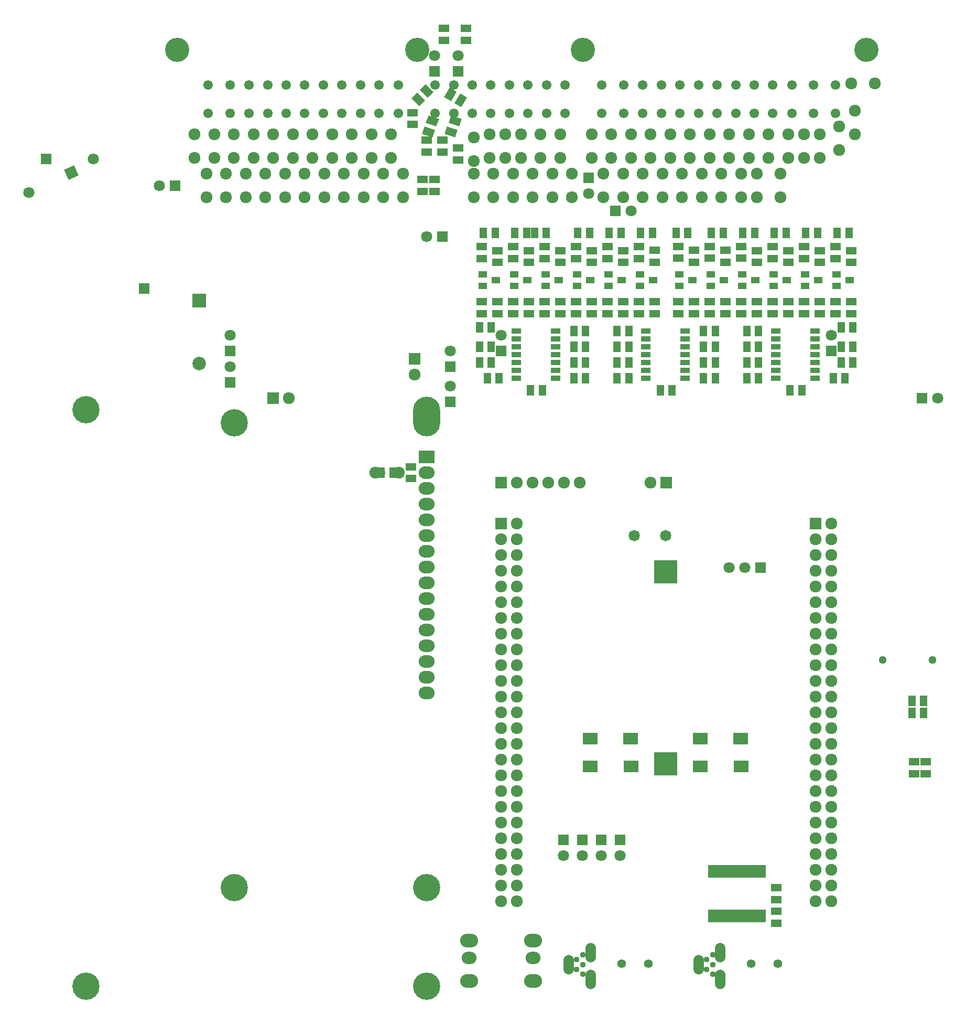
<source format=gbs>
G04 (created by PCBNEW (2013-07-07 BZR 4022)-stable) date 06/07/2014 12:08:29*
%MOIN*%
G04 Gerber Fmt 3.4, Leading zero omitted, Abs format*
%FSLAX34Y34*%
G01*
G70*
G90*
G04 APERTURE LIST*
%ADD10C,0.00393701*%
%ADD11C,0.173248*%
%ADD12O,0.100748X0.080748*%
%ADD13R,0.100748X0.080748*%
%ADD14O,0.173228X0.251968*%
%ADD15C,0.075748*%
%ADD16R,0.050748X0.070748*%
%ADD17R,0.075748X0.023748*%
%ADD18C,0.061048*%
%ADD19C,0.153548*%
%ADD20R,0.070748X0.050748*%
%ADD21R,0.070748X0.070748*%
%ADD22C,0.070748*%
%ADD23R,0.145276X0.145276*%
%ADD24R,0.075748X0.075748*%
%ADD25C,0.071748*%
%ADD26R,0.0944882X0.0748031*%
%ADD27C,0.085748*%
%ADD28R,0.085748X0.085748*%
%ADD29R,0.055148X0.039348*%
%ADD30R,0.060748X0.035748*%
%ADD31R,0.031748X0.080748*%
%ADD32C,0.050748*%
%ADD33C,0.037748*%
%ADD34O,0.065748X0.125748*%
%ADD35C,0.055748*%
%ADD36O,0.094448X0.078748*%
%ADD37O,0.114148X0.086648*%
G04 APERTURE END LIST*
G54D10*
G54D11*
X57295Y-43084D03*
X57295Y-72612D03*
X69500Y-72612D03*
G54D12*
X69500Y-59250D03*
X69500Y-60250D03*
G54D13*
X69500Y-45250D03*
G54D12*
X69500Y-46250D03*
X69500Y-47250D03*
X69500Y-48250D03*
X69500Y-49250D03*
X69500Y-50250D03*
X69500Y-51250D03*
X69500Y-52250D03*
X69500Y-53250D03*
X69500Y-54250D03*
X69500Y-55250D03*
X69500Y-56250D03*
X69500Y-57250D03*
X69500Y-58250D03*
G54D14*
X69500Y-42667D03*
G54D11*
X69500Y-78864D03*
X47845Y-42250D03*
X47846Y-78864D03*
G54D15*
X78000Y-24750D03*
X78000Y-26250D03*
X61000Y-24750D03*
X61000Y-26250D03*
X59750Y-24750D03*
X59750Y-26250D03*
X58500Y-24750D03*
X58500Y-26250D03*
X57250Y-24750D03*
X57250Y-26250D03*
X54750Y-24750D03*
X54750Y-26250D03*
X56000Y-24750D03*
X56000Y-26250D03*
G54D16*
X67375Y-46250D03*
X66625Y-46250D03*
G54D15*
X66250Y-46250D03*
X67750Y-46250D03*
G54D17*
X66500Y-46250D03*
X67500Y-46250D03*
G54D15*
X87000Y-27250D03*
X87000Y-28750D03*
G54D18*
X55621Y-21628D03*
X55621Y-23400D03*
X56998Y-23400D03*
X56998Y-21628D03*
X61762Y-21628D03*
X61762Y-23400D03*
X60581Y-23400D03*
X60581Y-21628D03*
X58219Y-21628D03*
X58219Y-23400D03*
X59400Y-23400D03*
X59400Y-21628D03*
X64124Y-21628D03*
X64124Y-23400D03*
X62943Y-23400D03*
X62943Y-21628D03*
X65305Y-21628D03*
X65305Y-23400D03*
X66486Y-23400D03*
X66486Y-21628D03*
X73592Y-21628D03*
X73592Y-23400D03*
X72411Y-23400D03*
X72411Y-21628D03*
X70049Y-21628D03*
X70049Y-23400D03*
X71230Y-23400D03*
X71230Y-21628D03*
X75955Y-21628D03*
X75955Y-23400D03*
X74774Y-23400D03*
X74774Y-21628D03*
X77136Y-21628D03*
X77136Y-23400D03*
X67707Y-21628D03*
X67707Y-23400D03*
X78317Y-23400D03*
X78317Y-21628D03*
X82036Y-23400D03*
X82036Y-21628D03*
X80658Y-23400D03*
X80658Y-21628D03*
X86801Y-23400D03*
X86801Y-21628D03*
X85620Y-23400D03*
X85620Y-21628D03*
X83258Y-23400D03*
X83258Y-21628D03*
X84439Y-23400D03*
X84439Y-21628D03*
X89163Y-23400D03*
X89163Y-21628D03*
X87982Y-23400D03*
X87982Y-21628D03*
X90344Y-23400D03*
X90344Y-21628D03*
X91525Y-23400D03*
X91525Y-21628D03*
X92746Y-23400D03*
X92746Y-21628D03*
X94124Y-23400D03*
X94124Y-21628D03*
G54D19*
X53632Y-19384D03*
X68927Y-19384D03*
X79439Y-19384D03*
G54D18*
X95502Y-23400D03*
X95502Y-21628D03*
G54D19*
X97490Y-19384D03*
G54D15*
X75500Y-24750D03*
X75500Y-26250D03*
X77500Y-27250D03*
X77500Y-28750D03*
X76750Y-24750D03*
X76750Y-26250D03*
X78750Y-27250D03*
X78750Y-28750D03*
X80750Y-27250D03*
X80750Y-28750D03*
X80000Y-24750D03*
X80000Y-26250D03*
X82000Y-27250D03*
X82000Y-28750D03*
X81250Y-24750D03*
X81250Y-26250D03*
X83250Y-27250D03*
X83250Y-28750D03*
X82500Y-24750D03*
X82500Y-26250D03*
X84500Y-27250D03*
X84500Y-28750D03*
X83750Y-24750D03*
X83750Y-26250D03*
X85750Y-27250D03*
X85750Y-28750D03*
X85000Y-24750D03*
X85000Y-26250D03*
X76250Y-27250D03*
X76250Y-28750D03*
X86250Y-24750D03*
X86250Y-26250D03*
X88250Y-27250D03*
X88250Y-28750D03*
X87500Y-24750D03*
X87500Y-26250D03*
X89500Y-27250D03*
X89500Y-28750D03*
X88750Y-24750D03*
X88750Y-26250D03*
X90500Y-27250D03*
X90500Y-28750D03*
X90000Y-24750D03*
X90000Y-26250D03*
X92000Y-27250D03*
X92000Y-28750D03*
X91250Y-24750D03*
X91250Y-26250D03*
X93500Y-24750D03*
X93500Y-26250D03*
X92500Y-24750D03*
X92500Y-26250D03*
X95750Y-24250D03*
X95750Y-25750D03*
X94500Y-24750D03*
X94500Y-26250D03*
X96750Y-23250D03*
X96750Y-24750D03*
X96500Y-21500D03*
X98000Y-21500D03*
X65500Y-27250D03*
X65500Y-28750D03*
X56750Y-27250D03*
X56750Y-28750D03*
X58000Y-27250D03*
X58000Y-28750D03*
X59250Y-27250D03*
X59250Y-28750D03*
X60500Y-27250D03*
X60500Y-28750D03*
X61750Y-27250D03*
X61750Y-28750D03*
X63000Y-27250D03*
X63000Y-28750D03*
X62250Y-24750D03*
X62250Y-26250D03*
X64250Y-27250D03*
X64250Y-28750D03*
X63500Y-24750D03*
X63500Y-26250D03*
X55500Y-27250D03*
X55500Y-28750D03*
X64750Y-24750D03*
X64750Y-26250D03*
X66750Y-27250D03*
X66750Y-28750D03*
X66000Y-24750D03*
X66000Y-26250D03*
X68000Y-27250D03*
X68000Y-28750D03*
X67250Y-24750D03*
X67250Y-26250D03*
X72500Y-27250D03*
X72500Y-28750D03*
X72500Y-24950D03*
X72500Y-26450D03*
G54D20*
X68500Y-45875D03*
X68500Y-46625D03*
G54D21*
X74250Y-38500D03*
G54D22*
X74250Y-37500D03*
G54D21*
X95250Y-38500D03*
G54D22*
X95250Y-37500D03*
G54D21*
X70500Y-31250D03*
G54D22*
X69500Y-31250D03*
G54D23*
X84700Y-52537D03*
X84700Y-64730D03*
G54D21*
X78200Y-69584D03*
G54D22*
X78200Y-70584D03*
G54D21*
X79400Y-69584D03*
G54D22*
X79400Y-70584D03*
G54D21*
X80600Y-69584D03*
G54D22*
X80600Y-70584D03*
G54D21*
X81800Y-69584D03*
G54D22*
X81800Y-70584D03*
G54D21*
X90750Y-52284D03*
G54D22*
X89750Y-52284D03*
X88750Y-52284D03*
G54D24*
X74250Y-49484D03*
G54D15*
X75250Y-49484D03*
X74250Y-50484D03*
X75250Y-50484D03*
X74250Y-51484D03*
X75250Y-51484D03*
X74250Y-52484D03*
X75250Y-52484D03*
X74250Y-53484D03*
X75250Y-53484D03*
X74250Y-54484D03*
X75250Y-54484D03*
X74250Y-55484D03*
X75250Y-55484D03*
X74250Y-56484D03*
X75250Y-56484D03*
X74250Y-57484D03*
X75250Y-57484D03*
X74250Y-58484D03*
X75250Y-58484D03*
X74250Y-59484D03*
X75250Y-59484D03*
X74250Y-60484D03*
X75250Y-60484D03*
X74250Y-61484D03*
X75250Y-61484D03*
X74250Y-62484D03*
X75250Y-62484D03*
X74250Y-63484D03*
X75250Y-63484D03*
X74250Y-64484D03*
X75250Y-64484D03*
X74250Y-65484D03*
X75250Y-65484D03*
X74250Y-66484D03*
X75250Y-66484D03*
X74250Y-67484D03*
X75250Y-67484D03*
X74250Y-68484D03*
X75250Y-68484D03*
X74250Y-69484D03*
X75250Y-69484D03*
X74250Y-70484D03*
X75250Y-70484D03*
X74250Y-71484D03*
X75250Y-71484D03*
X74250Y-72484D03*
X75250Y-72484D03*
X74250Y-73484D03*
X75250Y-73484D03*
G54D24*
X94250Y-49484D03*
G54D15*
X95250Y-49484D03*
X94250Y-50484D03*
X95250Y-50484D03*
X94250Y-51484D03*
X95250Y-51484D03*
X94250Y-52484D03*
X95250Y-52484D03*
X94250Y-53484D03*
X95250Y-53484D03*
X94250Y-54484D03*
X95250Y-54484D03*
X94250Y-55484D03*
X95250Y-55484D03*
X94250Y-56484D03*
X95250Y-56484D03*
X94250Y-57484D03*
X95250Y-57484D03*
X94250Y-58484D03*
X95250Y-58484D03*
X94250Y-59484D03*
X95250Y-59484D03*
X94250Y-60484D03*
X95250Y-60484D03*
X94250Y-61484D03*
X95250Y-61484D03*
X94250Y-62484D03*
X95250Y-62484D03*
X94250Y-63484D03*
X95250Y-63484D03*
X94250Y-64484D03*
X95250Y-64484D03*
X94250Y-65484D03*
X95250Y-65484D03*
X94250Y-66484D03*
X95250Y-66484D03*
X94250Y-67484D03*
X95250Y-67484D03*
X94250Y-68484D03*
X95250Y-68484D03*
X94250Y-69484D03*
X95250Y-69484D03*
X94250Y-70484D03*
X95250Y-70484D03*
X94250Y-71484D03*
X95250Y-71484D03*
X94250Y-72484D03*
X95250Y-72484D03*
X94250Y-73484D03*
X95250Y-73484D03*
G54D24*
X84750Y-46884D03*
G54D15*
X83750Y-46884D03*
G54D24*
X74250Y-46884D03*
G54D15*
X75250Y-46884D03*
X76250Y-46884D03*
X77250Y-46884D03*
X78250Y-46884D03*
X79250Y-46884D03*
G54D25*
X82700Y-50234D03*
X84700Y-50234D03*
G54D26*
X86920Y-63148D03*
X89479Y-63148D03*
X89518Y-64919D03*
X86920Y-64919D03*
X79920Y-63148D03*
X82479Y-63148D03*
X82518Y-64919D03*
X79920Y-64919D03*
G54D20*
X69250Y-27625D03*
X69250Y-28375D03*
G54D10*
G36*
X69632Y-23538D02*
X70297Y-23780D01*
X70123Y-24257D01*
X69459Y-24015D01*
X69632Y-23538D01*
X69632Y-23538D01*
G37*
G36*
X69376Y-24242D02*
X70040Y-24484D01*
X69867Y-24961D01*
X69202Y-24719D01*
X69376Y-24242D01*
X69376Y-24242D01*
G37*
G36*
X69444Y-21555D02*
X69944Y-22055D01*
X69585Y-22414D01*
X69085Y-21914D01*
X69444Y-21555D01*
X69444Y-21555D01*
G37*
G36*
X68914Y-22085D02*
X69414Y-22585D01*
X69055Y-22944D01*
X68555Y-22444D01*
X68914Y-22085D01*
X68914Y-22085D01*
G37*
G36*
X70628Y-22391D02*
X70982Y-21779D01*
X71421Y-22033D01*
X71068Y-22645D01*
X70628Y-22391D01*
X70628Y-22391D01*
G37*
G36*
X71278Y-22766D02*
X71631Y-22154D01*
X72071Y-22408D01*
X71717Y-23020D01*
X71278Y-22766D01*
X71278Y-22766D01*
G37*
G36*
X71082Y-23538D02*
X71747Y-23780D01*
X71573Y-24257D01*
X70909Y-24015D01*
X71082Y-23538D01*
X71082Y-23538D01*
G37*
G36*
X70826Y-24242D02*
X71490Y-24484D01*
X71317Y-24961D01*
X70652Y-24719D01*
X70826Y-24242D01*
X70826Y-24242D01*
G37*
G54D20*
X69500Y-25125D03*
X69500Y-25875D03*
X68600Y-23375D03*
X68600Y-24125D03*
X71500Y-25625D03*
X71500Y-26375D03*
X70500Y-25125D03*
X70500Y-25875D03*
X70000Y-28375D03*
X70000Y-27625D03*
G54D21*
X51556Y-34560D03*
G54D27*
X55056Y-39310D03*
G54D28*
X55056Y-35310D03*
G54D10*
G36*
X46744Y-27646D02*
X46445Y-27005D01*
X47086Y-26706D01*
X47385Y-27347D01*
X46744Y-27646D01*
X46744Y-27646D01*
G37*
G54D22*
X44196Y-28443D03*
G54D21*
X45306Y-26310D03*
G54D22*
X48306Y-26310D03*
G54D21*
X53500Y-28000D03*
G54D22*
X52500Y-28000D03*
G54D24*
X59750Y-41500D03*
G54D15*
X60750Y-41500D03*
G54D29*
X91584Y-34382D03*
X92416Y-34007D03*
X91584Y-33632D03*
X77084Y-34382D03*
X77916Y-34007D03*
X77084Y-33632D03*
X79084Y-34382D03*
X79916Y-34007D03*
X79084Y-33632D03*
X93584Y-34382D03*
X94416Y-34007D03*
X93584Y-33632D03*
X89584Y-34382D03*
X90416Y-34007D03*
X89584Y-33632D03*
X95584Y-34382D03*
X96416Y-34007D03*
X95584Y-33632D03*
X85584Y-34382D03*
X86416Y-34007D03*
X85584Y-33632D03*
X87584Y-34382D03*
X88416Y-34007D03*
X87584Y-33632D03*
X81084Y-34382D03*
X81916Y-34007D03*
X81084Y-33632D03*
X83084Y-34382D03*
X83916Y-34007D03*
X83084Y-33632D03*
X75084Y-34382D03*
X75916Y-34007D03*
X75084Y-33632D03*
X73084Y-34382D03*
X73916Y-34007D03*
X73084Y-33632D03*
G54D21*
X71000Y-41750D03*
G54D22*
X71000Y-40750D03*
G54D21*
X71000Y-39500D03*
G54D22*
X71000Y-38500D03*
G54D16*
X92625Y-41007D03*
X93375Y-41007D03*
X76875Y-41007D03*
X76125Y-41007D03*
X84375Y-41007D03*
X85125Y-41007D03*
X96625Y-39250D03*
X95875Y-39250D03*
X95375Y-40257D03*
X96125Y-40257D03*
X95625Y-31007D03*
X96375Y-31007D03*
X96625Y-38250D03*
X95875Y-38250D03*
X95875Y-37000D03*
X96625Y-37000D03*
X93625Y-31007D03*
X94375Y-31007D03*
X89875Y-38257D03*
X90625Y-38257D03*
X90625Y-37257D03*
X89875Y-37257D03*
X91625Y-31007D03*
X92375Y-31007D03*
X89625Y-31007D03*
X90375Y-31007D03*
X90625Y-40257D03*
X89875Y-40257D03*
X89875Y-39257D03*
X90625Y-39257D03*
G54D20*
X96500Y-35382D03*
X96500Y-36132D03*
X95500Y-31882D03*
X95500Y-32632D03*
X93500Y-35382D03*
X93500Y-36132D03*
X95500Y-35382D03*
X95500Y-36132D03*
X94500Y-35382D03*
X94500Y-36132D03*
X93500Y-31882D03*
X93500Y-32632D03*
X92500Y-35382D03*
X92500Y-36132D03*
X91500Y-31882D03*
X91500Y-32632D03*
X90500Y-35382D03*
X90500Y-36132D03*
G54D16*
X87875Y-39257D03*
X87125Y-39257D03*
G54D20*
X86500Y-35382D03*
X86500Y-36132D03*
X88500Y-35382D03*
X88500Y-36132D03*
X94500Y-32132D03*
X94500Y-32882D03*
X96500Y-32132D03*
X96500Y-32882D03*
G54D16*
X87625Y-31007D03*
X88375Y-31007D03*
X87125Y-40257D03*
X87875Y-40257D03*
X79625Y-39257D03*
X78875Y-39257D03*
X78875Y-40257D03*
X79625Y-40257D03*
X79125Y-31007D03*
X79875Y-31007D03*
X77125Y-31000D03*
X76375Y-31000D03*
X78875Y-37257D03*
X79625Y-37257D03*
X79625Y-38257D03*
X78875Y-38257D03*
G54D20*
X80000Y-35382D03*
X80000Y-36132D03*
X79000Y-35382D03*
X79000Y-36132D03*
X79000Y-31882D03*
X79000Y-32632D03*
X78000Y-35382D03*
X78000Y-36132D03*
X77000Y-35382D03*
X77000Y-36132D03*
X77000Y-31882D03*
X77000Y-32632D03*
X91500Y-35382D03*
X91500Y-36132D03*
X89500Y-35382D03*
X89500Y-36132D03*
X87500Y-35382D03*
X87500Y-36132D03*
X85500Y-35382D03*
X85500Y-36132D03*
G54D16*
X85375Y-31007D03*
X86125Y-31007D03*
G54D20*
X81000Y-35382D03*
X81000Y-36132D03*
X83000Y-35382D03*
X83000Y-36132D03*
G54D16*
X82375Y-37257D03*
X81625Y-37257D03*
X81625Y-38257D03*
X82375Y-38257D03*
G54D20*
X81000Y-31882D03*
X81000Y-32632D03*
X82000Y-35382D03*
X82000Y-36132D03*
X83000Y-31882D03*
X83000Y-32632D03*
X84000Y-35382D03*
X84000Y-36132D03*
G54D16*
X81625Y-39257D03*
X82375Y-39257D03*
X82375Y-40257D03*
X81625Y-40257D03*
X81125Y-31007D03*
X81875Y-31007D03*
X83125Y-31007D03*
X83875Y-31007D03*
G54D20*
X92500Y-32132D03*
X92500Y-32882D03*
X90500Y-32132D03*
X90500Y-32882D03*
X78000Y-32132D03*
X78000Y-32882D03*
X80000Y-32132D03*
X80000Y-32882D03*
X82000Y-32132D03*
X82000Y-32882D03*
G54D16*
X87125Y-37257D03*
X87875Y-37257D03*
X87875Y-38257D03*
X87125Y-38257D03*
X72875Y-38250D03*
X73625Y-38250D03*
X73625Y-37000D03*
X72875Y-37000D03*
X75125Y-31007D03*
X75875Y-31007D03*
X73125Y-31007D03*
X73875Y-31007D03*
X74125Y-40257D03*
X73375Y-40257D03*
X72875Y-39250D03*
X73625Y-39250D03*
G54D20*
X76000Y-35382D03*
X76000Y-36132D03*
X75000Y-35382D03*
X75000Y-36132D03*
X75000Y-31882D03*
X75000Y-32632D03*
X74000Y-35382D03*
X74000Y-36132D03*
X73000Y-35382D03*
X73000Y-36132D03*
X73000Y-31882D03*
X73000Y-32632D03*
X74000Y-32132D03*
X74000Y-32882D03*
X76000Y-32132D03*
X76000Y-32882D03*
G54D30*
X91700Y-40257D03*
X91700Y-39757D03*
X91700Y-39257D03*
X91700Y-38757D03*
X91700Y-38257D03*
X91700Y-37757D03*
X91700Y-37257D03*
X94200Y-37257D03*
X94200Y-37757D03*
X94200Y-38757D03*
X94200Y-39257D03*
X94200Y-39757D03*
X94200Y-40257D03*
X94200Y-38257D03*
X83450Y-40257D03*
X83450Y-39757D03*
X83450Y-39257D03*
X83450Y-38757D03*
X83450Y-38257D03*
X83450Y-37757D03*
X83450Y-37257D03*
X85950Y-37257D03*
X85950Y-37757D03*
X85950Y-38757D03*
X85950Y-39257D03*
X85950Y-39757D03*
X85950Y-40257D03*
X85950Y-38257D03*
X75200Y-40257D03*
X75200Y-39757D03*
X75200Y-39257D03*
X75200Y-38757D03*
X75200Y-38257D03*
X75200Y-37757D03*
X75200Y-37257D03*
X77700Y-37257D03*
X77700Y-37757D03*
X77700Y-38757D03*
X77700Y-39257D03*
X77700Y-39757D03*
X77700Y-40257D03*
X77700Y-38257D03*
G54D20*
X91750Y-72625D03*
X91750Y-73375D03*
X91750Y-74875D03*
X91750Y-74125D03*
G54D31*
X89122Y-71583D03*
X89378Y-71583D03*
X89634Y-71583D03*
X89890Y-71583D03*
X88354Y-74417D03*
X88354Y-71583D03*
X88610Y-71583D03*
X88866Y-71583D03*
X90146Y-74417D03*
X89890Y-74417D03*
X89634Y-74417D03*
X89378Y-74417D03*
X89122Y-74417D03*
X88866Y-74417D03*
X90146Y-71583D03*
X88610Y-74417D03*
X88098Y-74417D03*
X87843Y-74417D03*
X87587Y-74417D03*
X87587Y-71583D03*
X87843Y-71583D03*
X88098Y-71583D03*
X90402Y-71583D03*
X90657Y-71583D03*
X90913Y-71583D03*
X90913Y-74417D03*
X90657Y-74417D03*
X90402Y-74417D03*
G54D16*
X101125Y-60750D03*
X100375Y-60750D03*
X100375Y-61500D03*
X101125Y-61500D03*
G54D32*
X101673Y-58158D03*
X98524Y-58158D03*
G54D21*
X81500Y-29625D03*
G54D22*
X82500Y-29600D03*
G54D21*
X79800Y-27500D03*
G54D22*
X79800Y-28500D03*
G54D21*
X101000Y-41500D03*
G54D22*
X102000Y-41500D03*
G54D21*
X57000Y-38500D03*
G54D22*
X57000Y-37500D03*
G54D21*
X57000Y-40500D03*
G54D22*
X57000Y-39500D03*
G54D24*
X68750Y-39000D03*
G54D15*
X68750Y-40000D03*
X74500Y-24750D03*
X74500Y-26250D03*
X75000Y-27250D03*
X75000Y-28750D03*
X73500Y-24750D03*
X73500Y-26250D03*
X73750Y-27250D03*
X73750Y-28750D03*
G54D20*
X89500Y-31875D03*
X89500Y-32625D03*
X87500Y-31875D03*
X87500Y-32625D03*
X85500Y-31875D03*
X85500Y-32625D03*
X88500Y-32125D03*
X88500Y-32875D03*
X86500Y-32125D03*
X86500Y-32875D03*
X84000Y-32125D03*
X84000Y-32875D03*
G54D33*
X79446Y-76870D03*
X79053Y-77185D03*
X79446Y-77500D03*
X79053Y-77814D03*
X79446Y-78129D03*
G54D34*
X78561Y-77500D03*
X79938Y-76751D03*
X79938Y-78444D03*
G54D35*
X81900Y-77450D03*
X83600Y-77450D03*
X90150Y-77450D03*
X91850Y-77450D03*
G54D33*
X87696Y-76870D03*
X87303Y-77185D03*
X87696Y-77500D03*
X87303Y-77814D03*
X87696Y-78129D03*
G54D34*
X86811Y-77500D03*
X88188Y-76751D03*
X88188Y-78444D03*
G54D20*
X70600Y-18025D03*
X70600Y-18775D03*
X72000Y-18025D03*
X72000Y-18775D03*
G54D21*
X71500Y-20750D03*
G54D22*
X71500Y-19750D03*
G54D21*
X70000Y-20750D03*
G54D22*
X70000Y-19750D03*
G54D36*
X72222Y-77072D03*
X76278Y-77072D03*
G54D37*
X76278Y-75970D03*
X72222Y-75970D03*
X76278Y-78530D03*
X72222Y-78530D03*
G54D20*
X101250Y-65375D03*
X101250Y-64625D03*
X100500Y-65375D03*
X100500Y-64625D03*
M02*

</source>
